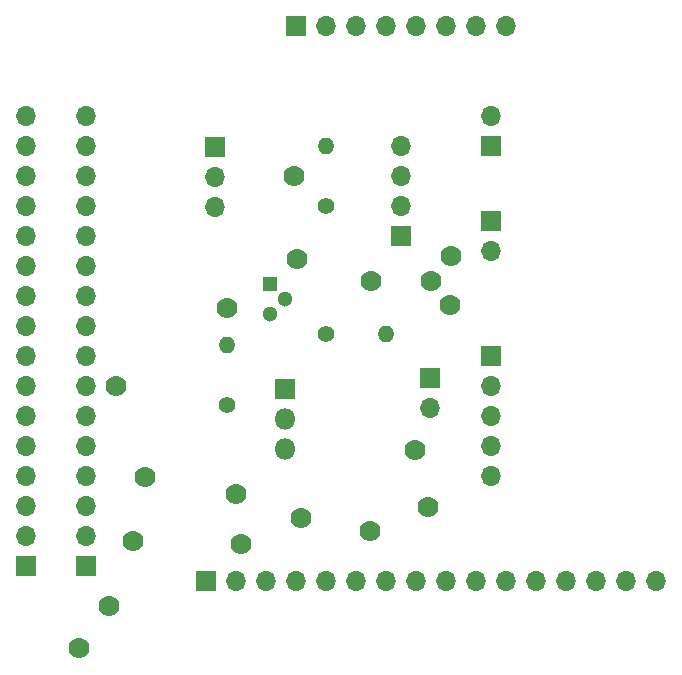
<source format=gbr>
G04 #@! TF.GenerationSoftware,KiCad,Pcbnew,5.0.0-fee4fd1~65~ubuntu17.10.1*
G04 #@! TF.CreationDate,2019-07-02T16:19:39-04:00*
G04 #@! TF.ProjectId,knuth-gateway,6B6E7574682D676174657761792E6B69,rev?*
G04 #@! TF.SameCoordinates,Original*
G04 #@! TF.FileFunction,Copper,L1,Top,Signal*
G04 #@! TF.FilePolarity,Positive*
%FSLAX46Y46*%
G04 Gerber Fmt 4.6, Leading zero omitted, Abs format (unit mm)*
G04 Created by KiCad (PCBNEW 5.0.0-fee4fd1~65~ubuntu17.10.1) date Tue Jul  2 16:19:39 2019*
%MOMM*%
%LPD*%
G01*
G04 APERTURE LIST*
G04 #@! TA.AperFunction,ComponentPad*
%ADD10R,1.700000X1.700000*%
G04 #@! TD*
G04 #@! TA.AperFunction,ComponentPad*
%ADD11O,1.700000X1.700000*%
G04 #@! TD*
G04 #@! TA.AperFunction,ComponentPad*
%ADD12C,1.400000*%
G04 #@! TD*
G04 #@! TA.AperFunction,ComponentPad*
%ADD13O,1.400000X1.400000*%
G04 #@! TD*
G04 #@! TA.AperFunction,ComponentPad*
%ADD14C,1.300000*%
G04 #@! TD*
G04 #@! TA.AperFunction,ComponentPad*
%ADD15R,1.300000X1.300000*%
G04 #@! TD*
G04 #@! TA.AperFunction,ComponentPad*
%ADD16O,1.800000X1.800000*%
G04 #@! TD*
G04 #@! TA.AperFunction,ComponentPad*
%ADD17R,1.800000X1.800000*%
G04 #@! TD*
G04 #@! TA.AperFunction,ViaPad*
%ADD18C,1.778000*%
G04 #@! TD*
G04 APERTURE END LIST*
D10*
G04 #@! TO.P,J_DC_6.5V+_IN1,1*
G04 #@! TO.N,Net-(J_DC_6.5V+_IN1-Pad1)*
X254000000Y-77470000D03*
D11*
G04 #@! TO.P,J_DC_6.5V+_IN1,2*
G04 #@! TO.N,GND*
X254000000Y-80010000D03*
G04 #@! TD*
G04 #@! TO.P,J_DC_6V_IN1,2*
G04 #@! TO.N,GND*
X254000000Y-68580000D03*
D10*
G04 #@! TO.P,J_DC_6V_IN1,1*
G04 #@! TO.N,Net-(J_DC_6V_IN1-Pad1)*
X254000000Y-71120000D03*
G04 #@! TD*
D12*
G04 #@! TO.P,R1,1*
G04 #@! TO.N,Net-(Q2-Pad1)*
X231590000Y-93050000D03*
D13*
G04 #@! TO.P,R1,2*
G04 #@! TO.N,Net-(Q1-Pad3)*
X231590000Y-87970000D03*
G04 #@! TD*
D12*
G04 #@! TO.P,R2,1*
G04 #@! TO.N,Net-(R2-Pad1)*
X240030000Y-76200000D03*
D13*
G04 #@! TO.P,R2,2*
G04 #@! TO.N,Net-(J_DC_6V_IN1-Pad1)*
X240030000Y-71120000D03*
G04 #@! TD*
G04 #@! TO.P,R3,2*
G04 #@! TO.N,Net-(R3-Pad2)*
X245080000Y-87080000D03*
D12*
G04 #@! TO.P,R3,1*
G04 #@! TO.N,Net-(Q1-Pad2)*
X240000000Y-87080000D03*
G04 #@! TD*
D10*
G04 #@! TO.P,R_Delay1,1*
G04 #@! TO.N,GND*
X248820000Y-90800000D03*
D11*
G04 #@! TO.P,R_Delay1,2*
G04 #@! TO.N,Net-(R_Delay1-Pad2)*
X248820000Y-93340000D03*
G04 #@! TD*
D10*
G04 #@! TO.P,U1,1*
G04 #@! TO.N,N/C*
X229870000Y-107950000D03*
D11*
G04 #@! TO.P,U1,2*
G04 #@! TO.N,+BATT*
X232410000Y-107950000D03*
G04 #@! TO.P,U1,3*
G04 #@! TO.N,GND*
X234950000Y-107950000D03*
G04 #@! TO.P,U1,4*
G04 #@! TO.N,Net-(J1-Pad3)*
X237490000Y-107950000D03*
G04 #@! TO.P,U1,5*
G04 #@! TO.N,N/C*
X240030000Y-107950000D03*
G04 #@! TO.P,U1,6*
G04 #@! TO.N,Net-(J1-Pad12)*
X242570000Y-107950000D03*
G04 #@! TO.P,U1,7*
G04 #@! TO.N,Net-(J1-Pad11)*
X245110000Y-107950000D03*
G04 #@! TO.P,U1,8*
G04 #@! TO.N,N/C*
X247650000Y-107950000D03*
G04 #@! TO.P,U1,9*
G04 #@! TO.N,GND*
X250190000Y-107950000D03*
G04 #@! TO.P,U1,10*
G04 #@! TO.N,N/C*
X252730000Y-107950000D03*
G04 #@! TO.P,U1,11*
X255270000Y-107950000D03*
G04 #@! TO.P,U1,12*
X257810000Y-107950000D03*
G04 #@! TO.P,U1,13*
X260350000Y-107950000D03*
G04 #@! TO.P,U1,14*
X262890000Y-107950000D03*
G04 #@! TO.P,U1,15*
X265430000Y-107950000D03*
G04 #@! TO.P,U1,16*
X267970000Y-107950000D03*
G04 #@! TD*
G04 #@! TO.P,U2,16*
G04 #@! TO.N,Net-(J1-Pad16)*
X219710000Y-68580000D03*
G04 #@! TO.P,U2,15*
G04 #@! TO.N,Net-(J1-Pad15)*
X219710000Y-71120000D03*
G04 #@! TO.P,U2,14*
G04 #@! TO.N,Net-(J1-Pad14)*
X219710000Y-73660000D03*
G04 #@! TO.P,U2,13*
G04 #@! TO.N,Net-(J1-Pad13)*
X219710000Y-76200000D03*
G04 #@! TO.P,U2,12*
G04 #@! TO.N,Net-(J1-Pad12)*
X219710000Y-78740000D03*
G04 #@! TO.P,U2,11*
G04 #@! TO.N,Net-(J1-Pad11)*
X219710000Y-81280000D03*
G04 #@! TO.P,U2,10*
G04 #@! TO.N,Net-(J1-Pad10)*
X219710000Y-83820000D03*
G04 #@! TO.P,U2,9*
G04 #@! TO.N,Net-(J1-Pad9)*
X219710000Y-86360000D03*
G04 #@! TO.P,U2,8*
G04 #@! TO.N,Net-(J1-Pad8)*
X219710000Y-88900000D03*
G04 #@! TO.P,U2,7*
G04 #@! TO.N,GND*
X219710000Y-91440000D03*
G04 #@! TO.P,U2,6*
G04 #@! TO.N,Net-(J1-Pad6)*
X219710000Y-93980000D03*
G04 #@! TO.P,U2,5*
G04 #@! TO.N,Net-(J1-Pad5)*
X219710000Y-96520000D03*
G04 #@! TO.P,U2,4*
G04 #@! TO.N,Net-(J1-Pad4)*
X219710000Y-99060000D03*
G04 #@! TO.P,U2,3*
G04 #@! TO.N,Net-(J1-Pad3)*
X219710000Y-101600000D03*
G04 #@! TO.P,U2,2*
G04 #@! TO.N,Net-(J1-Pad2)*
X219710000Y-104140000D03*
D10*
G04 #@! TO.P,U2,1*
G04 #@! TO.N,Net-(J1-Pad1)*
X219710000Y-106680000D03*
G04 #@! TD*
G04 #@! TO.P,U3,1*
G04 #@! TO.N,Net-(J_DC_6.5V+_IN1-Pad1)*
X230596529Y-71205865D03*
D11*
G04 #@! TO.P,U3,2*
G04 #@! TO.N,GND*
X230596529Y-73745865D03*
G04 #@! TO.P,U3,3*
G04 #@! TO.N,Net-(R2-Pad1)*
X230596529Y-76285865D03*
G04 #@! TD*
D10*
G04 #@! TO.P,U4,1*
G04 #@! TO.N,+BATT*
X254000000Y-88900000D03*
D11*
G04 #@! TO.P,U4,2*
G04 #@! TO.N,GND*
X254000000Y-91440000D03*
G04 #@! TO.P,U4,3*
G04 #@! TO.N,Net-(R_Delay1-Pad2)*
X254000000Y-93980000D03*
G04 #@! TO.P,U4,4*
G04 #@! TO.N,Net-(R3-Pad2)*
X254000000Y-96520000D03*
G04 #@! TO.P,U4,5*
G04 #@! TO.N,Net-(J1-Pad13)*
X254000000Y-99060000D03*
G04 #@! TD*
D10*
G04 #@! TO.P,U5,1*
G04 #@! TO.N,+BATT*
X246380000Y-78740000D03*
D11*
G04 #@! TO.P,U5,2*
G04 #@! TO.N,GND*
X246380000Y-76200000D03*
G04 #@! TO.P,U5,3*
G04 #@! TO.N,Net-(J_DC_6V_IN1-Pad1)*
X246380000Y-73660000D03*
G04 #@! TO.P,U5,4*
G04 #@! TO.N,GND*
X246380000Y-71120000D03*
G04 #@! TD*
D10*
G04 #@! TO.P,U7,1*
G04 #@! TO.N,N/C*
X237490000Y-60960000D03*
D11*
G04 #@! TO.P,U7,2*
G04 #@! TO.N,GND*
X240030000Y-60960000D03*
G04 #@! TO.P,U7,3*
G04 #@! TO.N,Net-(Q2-Pad2)*
X242570000Y-60960000D03*
G04 #@! TO.P,U7,4*
G04 #@! TO.N,N/C*
X245110000Y-60960000D03*
G04 #@! TO.P,U7,5*
X247650000Y-60960000D03*
G04 #@! TO.P,U7,6*
X250190000Y-60960000D03*
G04 #@! TO.P,U7,7*
X252730000Y-60960000D03*
G04 #@! TO.P,U7,8*
G04 #@! TO.N,Net-(J1-Pad1)*
X255270000Y-60960000D03*
G04 #@! TD*
D14*
G04 #@! TO.P,Q1,2*
G04 #@! TO.N,Net-(Q1-Pad2)*
X236500000Y-84120000D03*
G04 #@! TO.P,Q1,3*
G04 #@! TO.N,Net-(Q1-Pad3)*
X235230000Y-85390000D03*
D15*
G04 #@! TO.P,Q1,1*
G04 #@! TO.N,GND*
X235230000Y-82850000D03*
G04 #@! TD*
D10*
G04 #@! TO.P,J1,1*
G04 #@! TO.N,Net-(J1-Pad1)*
X214630000Y-106680000D03*
D11*
G04 #@! TO.P,J1,2*
G04 #@! TO.N,Net-(J1-Pad2)*
X214630000Y-104140000D03*
G04 #@! TO.P,J1,3*
G04 #@! TO.N,Net-(J1-Pad3)*
X214630000Y-101600000D03*
G04 #@! TO.P,J1,4*
G04 #@! TO.N,Net-(J1-Pad4)*
X214630000Y-99060000D03*
G04 #@! TO.P,J1,5*
G04 #@! TO.N,Net-(J1-Pad5)*
X214630000Y-96520000D03*
G04 #@! TO.P,J1,6*
G04 #@! TO.N,Net-(J1-Pad6)*
X214630000Y-93980000D03*
G04 #@! TO.P,J1,7*
G04 #@! TO.N,GND*
X214630000Y-91440000D03*
G04 #@! TO.P,J1,8*
G04 #@! TO.N,Net-(J1-Pad8)*
X214630000Y-88900000D03*
G04 #@! TO.P,J1,9*
G04 #@! TO.N,Net-(J1-Pad9)*
X214630000Y-86360000D03*
G04 #@! TO.P,J1,10*
G04 #@! TO.N,Net-(J1-Pad10)*
X214630000Y-83820000D03*
G04 #@! TO.P,J1,11*
G04 #@! TO.N,Net-(J1-Pad11)*
X214630000Y-81280000D03*
G04 #@! TO.P,J1,12*
G04 #@! TO.N,Net-(J1-Pad12)*
X214630000Y-78740000D03*
G04 #@! TO.P,J1,13*
G04 #@! TO.N,Net-(J1-Pad13)*
X214630000Y-76200000D03*
G04 #@! TO.P,J1,14*
G04 #@! TO.N,Net-(J1-Pad14)*
X214630000Y-73660000D03*
G04 #@! TO.P,J1,15*
G04 #@! TO.N,Net-(J1-Pad15)*
X214630000Y-71120000D03*
G04 #@! TO.P,J1,16*
G04 #@! TO.N,Net-(J1-Pad16)*
X214630000Y-68580000D03*
G04 #@! TD*
D16*
G04 #@! TO.P,Q2,3*
G04 #@! TO.N,+BATT*
X236560000Y-96760000D03*
G04 #@! TO.P,Q2,2*
G04 #@! TO.N,Net-(Q2-Pad2)*
X236560000Y-94220000D03*
D17*
G04 #@! TO.P,Q2,1*
G04 #@! TO.N,Net-(Q2-Pad1)*
X236560000Y-91680000D03*
G04 #@! TD*
D18*
G04 #@! TO.N,Net-(J_DC_6.5V+_IN1-Pad1)*
X243840000Y-82550000D03*
X248920000Y-82550000D03*
G04 #@! TO.N,GND*
X222250000Y-91440000D03*
X247570000Y-96830000D03*
X248660000Y-101680000D03*
X231590000Y-84880000D03*
X237540000Y-80730000D03*
X237270000Y-73700000D03*
X250560000Y-80480000D03*
X250520000Y-84600000D03*
G04 #@! TO.N,+BATT*
X232850000Y-104830000D03*
X232360000Y-100590000D03*
G04 #@! TO.N,Net-(J1-Pad12)*
X243700000Y-103750000D03*
X237870000Y-102640000D03*
G04 #@! TO.N,Net-(J1-Pad11)*
X223640000Y-104570000D03*
X224670000Y-99140000D03*
G04 #@! TO.N,Net-(J1-Pad1)*
X219075000Y-113665000D03*
X221620000Y-110040000D03*
G04 #@! TD*
M02*

</source>
